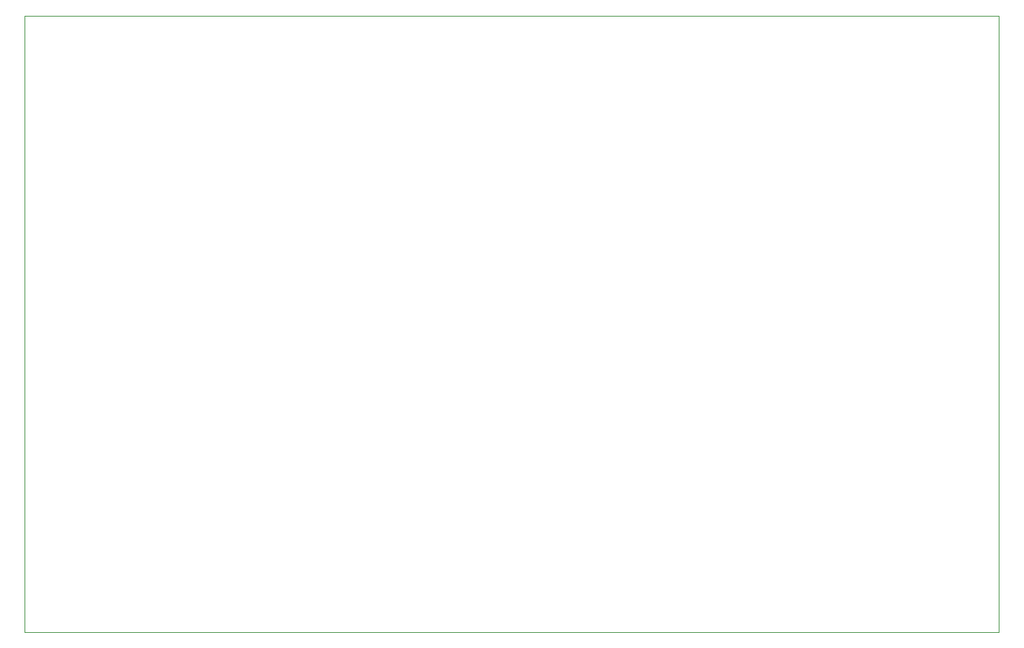
<source format=gbr>
G04 #@! TF.GenerationSoftware,KiCad,Pcbnew,(5.1.6)-1*
G04 #@! TF.CreationDate,2021-03-04T09:10:38+01:00*
G04 #@! TF.ProjectId,LoraV1,4c6f7261-5631-42e6-9b69-6361645f7063,rev?*
G04 #@! TF.SameCoordinates,Original*
G04 #@! TF.FileFunction,Profile,NP*
%FSLAX46Y46*%
G04 Gerber Fmt 4.6, Leading zero omitted, Abs format (unit mm)*
G04 Created by KiCad (PCBNEW (5.1.6)-1) date 2021-03-04 09:10:38*
%MOMM*%
%LPD*%
G01*
G04 APERTURE LIST*
G04 #@! TA.AperFunction,Profile*
%ADD10C,0.100000*%
G04 #@! TD*
G04 APERTURE END LIST*
D10*
X219710000Y-57150000D02*
X219710000Y-129540000D01*
X105410000Y-57150000D02*
X219710000Y-57150000D01*
X105410000Y-129540000D02*
X105410000Y-57150000D01*
X219710000Y-129540000D02*
X105410000Y-129540000D01*
M02*

</source>
